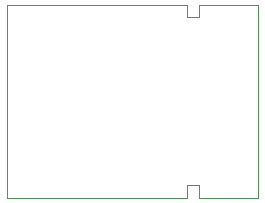
<source format=gbr>
G04 (created by PCBNEW (22-Jun-2014 BZR 4027)-stable) date Thu 04 Dec 2014 22:27:19 CET*
%MOIN*%
G04 Gerber Fmt 3.4, Leading zero omitted, Abs format*
%FSLAX34Y34*%
G01*
G70*
G90*
G04 APERTURE LIST*
%ADD10C,0.00590551*%
%ADD11C,0.0039*%
G04 APERTURE END LIST*
G54D10*
G54D11*
X-4635Y-3210D02*
X-4596Y-3210D01*
X-4635Y3197D02*
X-4635Y-3210D01*
X-4616Y3197D02*
X-4635Y3197D01*
X1771Y3197D02*
X3740Y3197D01*
X1377Y3197D02*
X-4606Y3197D01*
X1377Y2793D02*
X1377Y3187D01*
X1771Y2793D02*
X1377Y2793D01*
X1771Y3187D02*
X1771Y2793D01*
X1377Y-3210D02*
X-4606Y-3210D01*
X1771Y-3210D02*
X3740Y-3210D01*
X1377Y-2796D02*
X1377Y-3190D01*
X1771Y-2796D02*
X1377Y-2796D01*
X1771Y-3190D02*
X1771Y-2796D01*
X200Y3200D02*
X-600Y3200D01*
X3740Y-3200D02*
X3740Y3200D01*
M02*

</source>
